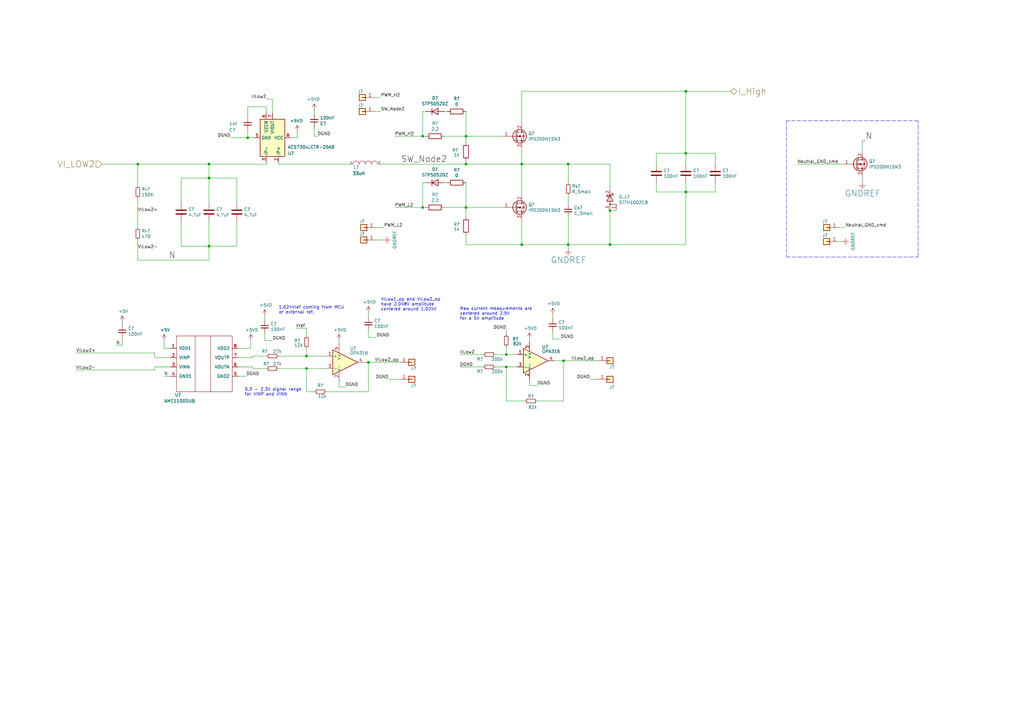
<source format=kicad_sch>
(kicad_sch (version 20211123) (generator eeschema)
  (paper "A3")
  (lib_symbols
    (symbol "Amplifier_Operational:TLV6001DCK" (pin_names (offset 0.127))
      (property "Reference" "U" (at 7.62 2.54 0))
      (property "Value" "Amplifier_Operational_TLV6001DCK" (at 11.43 -2.54 0))
      (symbol "TLV6001DCK_0_1"
        (polyline (pts (xy -2.54 5.08) (xy -2.54 -5.08) (xy 7.62 0) (xy -2.54 5.08)) (stroke (width 0.254)) (fill (type background)))
      )
      (symbol "TLV6001DCK_1_1"
        (pin input line (at -5.08 2.54 0) (length 2.54) (name "+") (number "1"))
        (pin power_in line (at 0 -7.62 90) (length 3.81) (name "V-") (number "2"))
        (pin input line (at -5.08 -2.54 0) (length 2.54) (name "-") (number "3"))
        (pin output line (at 10.16 0 180) (length 2.54) (name "~") (number "4"))
        (pin power_in line (at 0 7.62 270) (length 3.81) (name "V+") (number "5"))
      )
    )
    (symbol "Connector_Generic:Conn_01x01" (pin_names (offset 1.016) hide)
      (property "Reference" "J" (at 0 2.54 0))
      (property "Value" "Connector_Generic_Conn_01x01" (at 0 -2.54 0))
      (symbol "Conn_01x01_1_1"
        (rectangle (start -1.27 0.127) (end 0 -0.127) (stroke (width 0.1524)))
        (rectangle (start -1.27 1.27) (end 1.27 -1.27) (stroke (width 0.254)) (fill (type background)))
        (pin passive line (at -5.08 0 0) (length 3.81) (name "Pin_1") (number "1"))
      )
    )
    (symbol "Device:C" (pin_numbers hide) (pin_names (offset 0.254))
      (property "Reference" "C" (at 0.635 2.54 0))
      (property "Value" "Device_C" (at 0.635 -2.54 0))
      (symbol "C_0_1"
        (polyline (pts (xy -2.032 -0.762) (xy 2.032 -0.762)) (stroke (width 0.508)))
        (polyline (pts (xy -2.032 0.762) (xy 2.032 0.762)) (stroke (width 0.508)))
      )
      (symbol "C_1_1"
        (pin passive line (at 0 3.81 270) (length 2.794) (name "~") (number "1"))
        (pin passive line (at 0 -3.81 90) (length 2.794) (name "~") (number "2"))
      )
    )
    (symbol "Device:C_Small" (pin_numbers hide) (pin_names (offset 0.254) hide)
      (property "Reference" "C" (at 0.254 1.778 0))
      (property "Value" "Device_C_Small" (at 0.254 -2.032 0))
      (symbol "C_Small_0_1"
        (polyline (pts (xy -1.524 -0.508) (xy 1.524 -0.508)) (stroke (width 0.3302)))
        (polyline (pts (xy -1.524 0.508) (xy 1.524 0.508)) (stroke (width 0.3048)))
      )
      (symbol "C_Small_1_1"
        (pin passive line (at 0 2.54 270) (length 2.032) (name "~") (number "1"))
        (pin passive line (at 0 -2.54 90) (length 2.032) (name "~") (number "2"))
      )
    )
    (symbol "Device:D" (pin_numbers hide) (pin_names (offset 1.016) hide)
      (property "Reference" "D" (at 0 2.54 0))
      (property "Value" "Device_D" (at 0 -2.54 0))
      (symbol "D_0_1"
        (polyline (pts (xy -1.27 1.27) (xy -1.27 -1.27)) (stroke (width 0.254)))
        (polyline (pts (xy 1.27 0) (xy -1.27 0)))
        (polyline (pts (xy 1.27 1.27) (xy 1.27 -1.27) (xy -1.27 0) (xy 1.27 1.27)) (stroke (width 0.254)))
      )
      (symbol "D_1_1"
        (pin passive line (at -3.81 0 0) (length 2.54) (name "K") (number "1"))
        (pin passive line (at 3.81 0 180) (length 2.54) (name "A") (number "2"))
      )
    )
    (symbol "Device:D_Schottky_AKA" (pin_names (offset 0) hide)
      (property "Reference" "D" (at 0 2.54 0))
      (property "Value" "Device_D_Schottky_AKA" (at 0 -2.54 0))
      (symbol "D_Schottky_AKA_0_1"
        (polyline (pts (xy 1.27 1.27) (xy 1.27 -1.27) (xy -1.27 0) (xy 1.27 1.27)) (stroke (width 0.254)))
        (polyline (pts (xy 3.81 2.54) (xy 2.54 2.54) (xy 2.54 0) (xy -1.27 0)))
        (polyline (pts (xy -1.905 0.635) (xy -1.905 1.27) (xy -1.27 1.27) (xy -1.27 -1.27) (xy -0.635 -1.27) (xy -0.635 -0.635)) (stroke (width 0.254)))
        (circle (center 2.54 0) (radius 0.254) (fill (type outline)))
      )
      (symbol "D_Schottky_AKA_1_1"
        (pin input line (at 5.08 2.54 180) (length 2.54) (name "A") (number "1"))
        (pin passive line (at -3.81 0 0) (length 2.54) (name "K") (number "2"))
        (pin passive line (at 5.08 0 180) (length 2.54) (name "A") (number "3"))
      )
    )
    (symbol "Device:R" (pin_numbers hide) (pin_names (offset 0))
      (property "Reference" "R" (at 2.032 0 90))
      (property "Value" "Device_R" (at 0 0 90))
      (symbol "R_0_1"
        (rectangle (start -1.016 -2.54) (end 1.016 2.54) (stroke (width 0.254)))
      )
      (symbol "R_1_1"
        (pin passive line (at 0 3.81 270) (length 1.27) (name "~") (number "1"))
        (pin passive line (at 0 -3.81 90) (length 1.27) (name "~") (number "2"))
      )
    )
    (symbol "Device:R_Small" (pin_numbers hide) (pin_names (offset 0.254) hide)
      (property "Reference" "R" (at 0.762 0.508 0))
      (property "Value" "Device_R_Small" (at 0.762 -1.016 0))
      (symbol "R_Small_0_1"
        (rectangle (start -0.762 1.778) (end 0.762 -1.778) (stroke (width 0.2032)))
      )
      (symbol "R_Small_1_1"
        (pin passive line (at 0 2.54 270) (length 0.762) (name "~") (number "1"))
        (pin passive line (at 0 -2.54 90) (length 0.762) (name "~") (number "2"))
      )
    )
    (symbol "Sensor_Current:ACS730xLCTR-20AB"
      (property "Reference" "U" (at -7.62 6.35 0))
      (property "Value" "Sensor_Current_ACS730xLCTR-20AB" (at 1.27 6.35 0))
      (symbol "ACS730xLCTR-20AB_0_1"
        (rectangle (start -7.62 5.08) (end 7.62 -5.08) (stroke (width 0.254)) (fill (type background)))
      )
      (symbol "ACS730xLCTR-20AB_1_1"
        (pin passive line (at -10.16 2.54 0) (length 2.54) hide (name "IP+") (number "1"))
        (pin passive line (at -10.16 2.54 0) (length 2.54) (name "IP+") (number "2"))
        (pin passive line (at -10.16 -2.54 0) (length 2.54) (name "IP-") (number "3"))
        (pin passive line (at -10.16 -2.54 0) (length 2.54) hide (name "IP-") (number "4"))
        (pin power_in line (at 0 -7.62 90) (length 2.54) (name "GND") (number "5"))
        (pin passive line (at 10.16 -2.54 180) (length 2.54) (name "VZCR") (number "6"))
        (pin output line (at 10.16 0 180) (length 2.54) (name "VIOUT") (number "7"))
        (pin power_in line (at 0 7.62 270) (length 2.54) (name "VCC") (number "8"))
      )
    )
    (symbol "Symbols:AMC1100" (pin_names (offset 1.016))
      (property "Reference" "U" (at 0 -6.35 0))
      (property "Value" "AMC1100" (at 0 -8.89 0))
      (symbol "AMC1100_0_1"
        (rectangle (start -11.43 12.7) (end 11.43 -10.16))
        (polyline (pts (xy -3.81 12.7) (xy -3.81 -10.16)))
        (polyline (pts (xy 2.54 12.7) (xy 2.54 -10.16)))
      )
      (symbol "AMC1100_1_1"
        (pin power_in line (at -13.97 7.62 0) (length 2.54) (name "VDD1") (number "1"))
        (pin input line (at -13.97 3.81 0) (length 2.54) (name "VINP") (number "2"))
        (pin input line (at -13.97 0 0) (length 2.54) (name "VINN") (number "3"))
        (pin power_in line (at -13.97 -3.81 0) (length 2.54) (name "GND1") (number "4"))
        (pin power_in line (at 13.97 -3.81 180) (length 2.54) (name "GND2") (number "5"))
        (pin output line (at 13.97 0 180) (length 2.54) (name "VOUTN") (number "6"))
        (pin output line (at 13.97 3.81 180) (length 2.54) (name "VOUTP") (number "7"))
        (pin power_in line (at 13.97 7.62 180) (length 2.54) (name "VDD2") (number "8"))
      )
    )
    (symbol "Transistor_FET:QM6006D" (pin_names hide)
      (property "Reference" "Q" (at 5.08 1.905 0))
      (property "Value" "Transistor_FET_QM6006D" (at 5.08 0 0))
      (symbol "QM6006D_0_1"
        (polyline (pts (xy 0.254 0) (xy -2.54 0)))
        (polyline (pts (xy 0.254 1.905) (xy 0.254 -1.905)) (stroke (width 0.254)))
        (polyline (pts (xy 0.762 -1.27) (xy 0.762 -2.286)) (stroke (width 0.254)))
        (polyline (pts (xy 0.762 0.508) (xy 0.762 -0.508)) (stroke (width 0.254)))
        (polyline (pts (xy 0.762 2.286) (xy 0.762 1.27)) (stroke (width 0.254)))
        (polyline (pts (xy 2.54 2.54) (xy 2.54 1.778)))
        (polyline (pts (xy 2.54 -2.54) (xy 2.54 0) (xy 0.762 0)))
        (polyline (pts (xy 0.762 -1.778) (xy 3.302 -1.778) (xy 3.302 1.778) (xy 0.762 1.778)))
        (polyline (pts (xy 1.016 0) (xy 2.032 0.381) (xy 2.032 -0.381) (xy 1.016 0)) (fill (type outline)))
        (polyline (pts (xy 2.794 0.508) (xy 2.921 0.381) (xy 3.683 0.381) (xy 3.81 0.254)))
        (polyline (pts (xy 3.302 0.381) (xy 2.921 -0.254) (xy 3.683 -0.254) (xy 3.302 0.381)))
        (circle (center 1.651 0) (radius 2.794) (stroke (width 0.254)))
        (circle (center 2.54 -1.778) (radius 0.254) (fill (type outline)))
        (circle (center 2.54 1.778) (radius 0.254) (fill (type outline)))
      )
      (symbol "QM6006D_1_1"
        (pin input line (at -5.08 0 0) (length 2.54) (name "G") (number "1"))
        (pin passive line (at 2.54 5.08 270) (length 2.54) (name "D") (number "2"))
        (pin passive line (at 2.54 -5.08 90) (length 2.54) (name "S") (number "3"))
      )
    )
    (symbol "power:+5V" (power) (pin_names (offset 0))
      (property "Value" "power_+5V" (at 0 3.556 0))
      (symbol "+5V_0_1"
        (polyline (pts (xy -0.762 1.27) (xy 0 2.54)))
        (polyline (pts (xy 0 0) (xy 0 2.54)))
        (polyline (pts (xy 0 2.54) (xy 0.762 1.27)))
      )
      (symbol "+5V_1_1"
        (pin power_in line (at 0 0 90) (length 0) hide (name "+5V") (number "1"))
      )
    )
    (symbol "power:+5VD" (power) (pin_names (offset 0))
      (property "Value" "power_+5VD" (at 0 3.556 0))
      (symbol "+5VD_0_1"
        (polyline (pts (xy -0.762 1.27) (xy 0 2.54)))
        (polyline (pts (xy 0 0) (xy 0 2.54)))
        (polyline (pts (xy 0 2.54) (xy 0.762 1.27)))
      )
      (symbol "+5VD_1_1"
        (pin power_in line (at 0 0 90) (length 0) hide (name "+5VD") (number "1"))
      )
    )
    (symbol "power:GNDREF" (power) (pin_names (offset 0))
      (property "Value" "power_GNDREF" (at 0 -3.81 0))
      (symbol "GNDREF_0_1"
        (polyline (pts (xy -0.635 -1.905) (xy 0.635 -1.905)))
        (polyline (pts (xy -0.127 -2.54) (xy 0.127 -2.54)))
        (polyline (pts (xy 0 -1.27) (xy 0 0)))
        (polyline (pts (xy 1.27 -1.27) (xy -1.27 -1.27)))
      )
      (symbol "GNDREF_1_1"
        (pin power_in line (at 0 0 270) (length 0) hide (name "GNDREF") (number "1"))
      )
    )
    (symbol "pspice:INDUCTOR" (pin_numbers hide) (pin_names (offset 0))
      (property "Reference" "L" (at 0 2.54 0))
      (property "Value" "pspice_INDUCTOR" (at 0 -1.27 0))
      (symbol "INDUCTOR_0_1"
        (arc (start -2.54 0) (mid -3.81 1.27) (end -5.08 0))
        (arc (start 0 0) (mid -1.27 1.27) (end -2.54 0))
        (arc (start 2.54 0) (mid 1.27 1.27) (end 0 0))
        (arc (start 5.08 0) (mid 3.81 1.27) (end 2.54 0))
      )
      (symbol "INDUCTOR_1_1"
        (pin input line (at -6.35 0 0) (length 1.27) (name "1") (number "1"))
        (pin input line (at 6.35 0 180) (length 1.27) (name "2") (number "2"))
      )
    )
  )
  (junction (at 231.14 147.955))
  (junction (at 281.305 62.865))
  (junction (at 125.73 146.05))
  (junction (at 233.045 100.33))
  (junction (at 281.305 78.74))
  (junction (at 207.645 150.495))
  (junction (at 85.725 73.025))
  (junction (at 85.725 100.965))
  (junction (at 213.995 67.31))
  (junction (at 233.045 67.31))
  (junction (at 250.19 100.33))
  (junction (at 125.73 151.13))
  (junction (at 207.645 145.415))
  (junction (at 191.135 67.31))
  (junction (at 281.305 37.465))
  (junction (at 173.355 85.09))
  (junction (at 250.19 86.36))
  (junction (at 56.515 67.31))
  (junction (at 101.6 56.515))
  (junction (at 191.135 55.88))
  (junction (at 151.13 148.59))
  (junction (at 213.995 100.33))
  (junction (at 173.355 55.88))
  (junction (at 191.135 85.09))
  (junction (at 85.725 67.31))
  (wire (pts (xy 173.355 55.88) (xy 161.925 55.88)))
  (wire (pts (xy 353.695 72.39) (xy 353.695 74.93)))
  (wire (pts (xy 74.295 100.965) (xy 85.725 100.965)))
  (wire (pts (xy 213.995 37.465) (xy 213.995 50.8)))
  (wire (pts (xy 41.91 67.31) (xy 56.515 67.31)))
  (wire (pts (xy 217.17 155.575) (xy 217.17 158.115)))
  (wire (pts (xy 233.045 100.33) (xy 250.19 100.33)))
  (wire (pts (xy 151.13 135.255) (xy 151.13 138.43)))
  (wire (pts (xy 191.135 55.88) (xy 182.245 55.88)))
  (wire (pts (xy 191.135 55.88) (xy 191.135 45.72)))
  (wire (pts (xy 56.515 98.425) (xy 56.515 106.68)))
  (wire (pts (xy 103.505 146.685) (xy 97.79 146.685)))
  (wire (pts (xy 108.585 139.7) (xy 111.76 139.7)))
  (wire (pts (xy 151.13 128.27) (xy 151.13 130.175)))
  (wire (pts (xy 157.48 93.345) (xy 154.305 93.345)))
  (wire (pts (xy 213.995 67.31) (xy 233.045 67.31)))
  (wire (pts (xy 101.6 56.515) (xy 104.14 56.515)))
  (wire (pts (xy 217.17 139.065) (xy 217.17 140.335)))
  (wire (pts (xy 252.73 86.36) (xy 250.19 86.36)))
  (wire (pts (xy 353.695 57.785) (xy 353.695 62.23)))
  (wire (pts (xy 103.505 151.13) (xy 109.22 151.13)))
  (wire (pts (xy 47.625 141.605) (xy 50.165 141.605)))
  (wire (pts (xy 56.515 76.2) (xy 56.515 67.31)))
  (wire (pts (xy 85.725 100.965) (xy 85.725 106.68)))
  (wire (pts (xy 125.73 142.875) (xy 125.73 146.05)))
  (wire (pts (xy 97.155 90.805) (xy 97.155 100.965)))
  (wire (pts (xy 163.83 155.575) (xy 159.385 155.575)))
  (wire (pts (xy 85.725 67.31) (xy 109.22 67.31)))
  (wire (pts (xy 97.155 83.185) (xy 97.155 73.025)))
  (wire (pts (xy 227.33 147.955) (xy 231.14 147.955)))
  (wire (pts (xy 220.345 164.465) (xy 231.14 164.465)))
  (wire (pts (xy 281.305 37.465) (xy 299.72 37.465)))
  (wire (pts (xy 174.625 85.09) (xy 173.355 85.09)))
  (wire (pts (xy 101.6 53.34) (xy 101.6 56.515)))
  (wire (pts (xy 153.67 45.72) (xy 156.21 45.72)))
  (polyline (pts (xy 376.555 49.53) (xy 322.58 49.53)))
  (wire (pts (xy 327.025 67.31) (xy 346.075 67.31)))
  (wire (pts (xy 69.85 146.685) (xy 63.5 146.685)))
  (wire (pts (xy 231.14 164.465) (xy 231.14 147.955)))
  (wire (pts (xy 174.625 45.72) (xy 173.355 45.72)))
  (wire (pts (xy 191.135 96.52) (xy 191.135 100.33)))
  (wire (pts (xy 207.645 150.495) (xy 212.09 150.495)))
  (wire (pts (xy 67.31 154.305) (xy 69.85 154.305)))
  (polyline (pts (xy 322.58 105.41) (xy 376.555 105.41)))
  (wire (pts (xy 151.13 138.43) (xy 154.305 138.43)))
  (wire (pts (xy 139.065 156.21) (xy 139.065 158.75)))
  (wire (pts (xy 173.355 74.93) (xy 173.355 85.09)))
  (wire (pts (xy 151.13 148.59) (xy 163.83 148.59)))
  (polyline (pts (xy 376.555 105.41) (xy 376.555 49.53)))
  (wire (pts (xy 109.22 146.05) (xy 103.505 146.05)))
  (wire (pts (xy 56.515 106.68) (xy 85.725 106.68)))
  (wire (pts (xy 203.2 150.495) (xy 207.645 150.495)))
  (wire (pts (xy 109.22 43.815) (xy 109.22 46.355)))
  (wire (pts (xy 156.21 40.005) (xy 153.67 40.005)))
  (wire (pts (xy 94.615 56.515) (xy 101.6 56.515)))
  (wire (pts (xy 139.065 139.7) (xy 139.065 140.97)))
  (wire (pts (xy 74.295 73.025) (xy 85.725 73.025)))
  (wire (pts (xy 191.135 66.04) (xy 191.135 67.31)))
  (wire (pts (xy 121.92 56.515) (xy 119.38 56.515)))
  (wire (pts (xy 74.295 90.805) (xy 74.295 100.965)))
  (wire (pts (xy 56.515 67.31) (xy 85.725 67.31)))
  (wire (pts (xy 108.585 136.525) (xy 108.585 139.7)))
  (wire (pts (xy 125.73 151.13) (xy 125.73 160.655)))
  (wire (pts (xy 213.995 37.465) (xy 281.305 37.465)))
  (wire (pts (xy 151.13 160.655) (xy 151.13 148.59)))
  (wire (pts (xy 151.13 148.59) (xy 149.225 148.59)))
  (wire (pts (xy 269.24 74.93) (xy 269.24 78.74)))
  (wire (pts (xy 250.19 100.33) (xy 281.305 100.33)))
  (wire (pts (xy 191.135 85.09) (xy 182.245 85.09)))
  (wire (pts (xy 293.37 78.74) (xy 293.37 74.93)))
  (wire (pts (xy 56.515 81.28) (xy 56.515 93.345)))
  (wire (pts (xy 114.3 151.13) (xy 125.73 151.13)))
  (wire (pts (xy 114.3 146.05) (xy 125.73 146.05)))
  (wire (pts (xy 281.305 74.93) (xy 281.305 78.74)))
  (wire (pts (xy 346.71 93.345) (xy 344.17 93.345)))
  (wire (pts (xy 203.2 145.415) (xy 207.645 145.415)))
  (wire (pts (xy 85.725 100.965) (xy 97.155 100.965)))
  (wire (pts (xy 207.645 164.465) (xy 215.265 164.465)))
  (wire (pts (xy 173.355 85.09) (xy 161.925 85.09)))
  (wire (pts (xy 226.695 135.89) (xy 226.695 139.065)))
  (wire (pts (xy 293.37 67.31) (xy 293.37 62.865)))
  (wire (pts (xy 233.045 67.31) (xy 250.19 67.31)))
  (wire (pts (xy 157.48 98.425) (xy 154.305 98.425)))
  (wire (pts (xy 63.5 146.685) (xy 63.5 144.78)))
  (wire (pts (xy 109.22 40.64) (xy 111.76 40.64)))
  (wire (pts (xy 108.585 131.445) (xy 108.585 129.54)))
  (wire (pts (xy 207.645 142.24) (xy 207.645 145.415)))
  (wire (pts (xy 191.135 85.09) (xy 206.375 85.09)))
  (wire (pts (xy 114.3 66.675) (xy 114.3 67.31)))
  (wire (pts (xy 31.115 144.78) (xy 63.5 144.78)))
  (wire (pts (xy 191.135 88.9) (xy 191.135 85.09)))
  (wire (pts (xy 74.295 83.185) (xy 74.295 73.025)))
  (wire (pts (xy 125.73 151.13) (xy 133.985 151.13)))
  (wire (pts (xy 233.045 67.31) (xy 233.045 74.93)))
  (wire (pts (xy 139.065 158.75) (xy 141.605 158.75)))
  (wire (pts (xy 233.045 80.01) (xy 233.045 83.82)))
  (wire (pts (xy 109.22 66.675) (xy 109.22 67.31)))
  (wire (pts (xy 63.5 150.495) (xy 63.5 151.765)))
  (wire (pts (xy 207.645 150.495) (xy 207.645 164.465)))
  (polyline (pts (xy 322.58 49.53) (xy 322.58 105.41)))
  (wire (pts (xy 213.995 60.96) (xy 213.995 67.31)))
  (wire (pts (xy 125.73 134.62) (xy 121.285 134.62)))
  (wire (pts (xy 125.73 160.655) (xy 128.905 160.655)))
  (wire (pts (xy 50.165 138.43) (xy 50.165 141.605)))
  (wire (pts (xy 130.175 55.88) (xy 128.905 55.88)))
  (wire (pts (xy 191.135 67.31) (xy 213.995 67.31)))
  (wire (pts (xy 207.645 135.255) (xy 207.645 137.16)))
  (wire (pts (xy 281.305 37.465) (xy 281.305 62.865)))
  (wire (pts (xy 85.725 73.025) (xy 85.725 83.185)))
  (wire (pts (xy 67.31 139.7) (xy 67.31 142.875)))
  (wire (pts (xy 125.73 146.05) (xy 133.985 146.05)))
  (wire (pts (xy 101.6 43.815) (xy 109.22 43.815)))
  (wire (pts (xy 233.045 100.33) (xy 233.045 102.235)))
  (wire (pts (xy 245.11 155.575) (xy 241.935 155.575)))
  (wire (pts (xy 353.695 57.785) (xy 354.965 57.785)))
  (wire (pts (xy 191.135 55.88) (xy 191.135 58.42)))
  (wire (pts (xy 69.85 150.495) (xy 63.5 150.495)))
  (wire (pts (xy 156.21 67.31) (xy 191.135 67.31)))
  (wire (pts (xy 269.24 62.865) (xy 269.24 67.31)))
  (wire (pts (xy 281.305 78.74) (xy 293.37 78.74)))
  (wire (pts (xy 250.19 67.31) (xy 250.19 77.47)))
  (wire (pts (xy 69.85 142.875) (xy 67.31 142.875)))
  (wire (pts (xy 102.87 142.875) (xy 102.87 139.7)))
  (wire (pts (xy 191.135 100.33) (xy 213.995 100.33)))
  (wire (pts (xy 191.135 85.09) (xy 191.135 74.93)))
  (wire (pts (xy 133.985 160.655) (xy 151.13 160.655)))
  (wire (pts (xy 128.905 52.07) (xy 128.905 55.88)))
  (wire (pts (xy 97.155 73.025) (xy 85.725 73.025)))
  (wire (pts (xy 103.505 150.495) (xy 103.505 151.13)))
  (wire (pts (xy 198.12 145.415) (xy 188.595 145.415)))
  (wire (pts (xy 101.6 48.26) (xy 101.6 43.815)))
  (wire (pts (xy 128.905 45.085) (xy 128.905 46.99)))
  (wire (pts (xy 85.725 73.025) (xy 85.725 67.31)))
  (wire (pts (xy 217.17 158.115) (xy 220.345 158.115)))
  (wire (pts (xy 269.24 62.865) (xy 281.305 62.865)))
  (wire (pts (xy 206.375 55.88) (xy 191.135 55.88)))
  (wire (pts (xy 213.995 67.31) (xy 213.995 80.01)))
  (wire (pts (xy 174.625 74.93) (xy 173.355 74.93)))
  (wire (pts (xy 183.515 74.93) (xy 182.245 74.93)))
  (wire (pts (xy 250.19 86.36) (xy 250.19 100.33)))
  (wire (pts (xy 281.305 67.31) (xy 281.305 62.865)))
  (wire (pts (xy 344.17 99.06) (xy 345.44 99.06)))
  (wire (pts (xy 121.92 53.975) (xy 121.92 56.515)))
  (wire (pts (xy 114.3 67.31) (xy 143.51 67.31)))
  (wire (pts (xy 125.73 137.795) (xy 125.73 134.62)))
  (wire (pts (xy 103.505 146.05) (xy 103.505 146.685)))
  (wire (pts (xy 174.625 55.88) (xy 173.355 55.88)))
  (wire (pts (xy 173.355 45.72) (xy 173.355 55.88)))
  (wire (pts (xy 183.515 45.72) (xy 182.245 45.72)))
  (wire (pts (xy 31.115 151.765) (xy 63.5 151.765)))
  (wire (pts (xy 233.045 88.9) (xy 233.045 100.33)))
  (wire (pts (xy 111.76 40.64) (xy 111.76 46.355)))
  (wire (pts (xy 281.305 78.74) (xy 269.24 78.74)))
  (wire (pts (xy 213.995 100.33) (xy 233.045 100.33)))
  (wire (pts (xy 85.725 90.805) (xy 85.725 100.965)))
  (wire (pts (xy 50.165 132.08) (xy 50.165 133.35)))
  (wire (pts (xy 226.695 128.905) (xy 226.695 130.81)))
  (wire (pts (xy 281.305 78.74) (xy 281.305 100.33)))
  (wire (pts (xy 226.695 139.065) (xy 229.87 139.065)))
  (wire (pts (xy 231.14 147.955) (xy 245.11 147.955)))
  (wire (pts (xy 212.09 145.415) (xy 207.645 145.415)))
  (wire (pts (xy 97.79 150.495) (xy 103.505 150.495)))
  (wire (pts (xy 188.595 150.495) (xy 198.12 150.495)))
  (wire (pts (xy 213.995 90.17) (xy 213.995 100.33)))
  (wire (pts (xy 102.87 142.875) (xy 97.79 142.875)))
  (wire (pts (xy 281.305 62.865) (xy 293.37 62.865)))
  (wire (pts (xy 97.79 154.305) (xy 100.965 154.305)))
  (text "0.3 - 2,3V signal range \nfor VINP and VINN" (at 100.33 162.56 0) (effects (font (size 1.2446 1.2446)) (justify left bottom)))
  (text "Raw current measurements are \ncentered around 2,5V \nfor a 5V amplitude\n" (at 188.595 131.445 0) (effects (font (size 1.2446 1.2446)) (justify left bottom)))
  (text "VILow1_op and VILow2_op \nhave 2,048V amplitude \ncentered around 1,024V\n" (at 156.21 127.635 0) (effects (font (size 1.2446 1.2446)) (justify left bottom)))
  (text "1.024Vref coming from MCU \nor external ref. " (at 114.3 128.905 0) (effects (font (size 1.2446 1.2446)) (justify left bottom)))
  (label "SW_Node2" (at 164.465 67.31 0) (effects (font (size 2.4892 2.4892))))
  (label "PWM_H2" (at 156.21 40.005 0))
  (label "IILow2_op" (at 234.315 147.955 0))
  (label "PWM_H2" (at 161.925 55.88 0))
  (label "DGND" (at 154.305 138.43 0))
  (label "DGND" (at 130.175 55.88 0))
  (label "DGND" (at 188.595 150.495 0))
  (label "DGND" (at 159.385 155.575 180))
  (label "VILow2+" (at 31.115 144.78 0))
  (label "SW_Node2" (at 156.21 45.72 0))
  (label "N" (at 47.625 141.605 0))
  (label "N" (at 67.31 154.305 0))
  (label "VILow2+" (at 56.515 86.995 0))
  (label "PWM_L2" (at 157.48 93.345 0))
  (label "DGND" (at 141.605 158.75 0))
  (label "Neutral_GND_cmd" (at 327.025 67.31 0))
  (label "DGND" (at 207.645 135.255 180))
  (label "N" (at 354.965 57.785 0) (effects (font (size 2.4892 2.4892))))
  (label "VILow2-" (at 31.115 151.765 0))
  (label "N" (at 69.215 106.68 0) (effects (font (size 2.4892 2.4892))))
  (label "PWM_L2" (at 161.925 85.09 0))
  (label "DGND" (at 94.615 56.515 180))
  (label "Neutral_GND_cmd" (at 346.71 93.345 0))
  (label "VILow2-" (at 56.515 102.235 0))
  (label "DGND" (at 241.935 155.575 180))
  (label "IILow2" (at 188.595 145.415 0))
  (label "DGND" (at 220.345 158.115 0))
  (label "IILow2" (at 109.22 40.64 180))
  (label "DGND" (at 100.965 154.305 0))
  (label "DGND" (at 229.87 139.065 0))
  (label "Vref" (at 121.285 134.62 0))
  (label "DGND" (at 111.76 139.7 0))
  (label "VILow2_op" (at 153.67 148.59 0))
  (hierarchical_label "I_High" (shape bidirectional) (at 299.72 37.465 0) (effects (font (size 2.54 2.54))))
  (hierarchical_label "VI_LOW2" (shape input) (at 41.91 67.31 180) (effects (font (size 2.54 2.54))))
  (symbol (lib_id "Device:R_Small") (at 56.515 78.74 0) (unit 1)
    (property "Reference" "Rv?" (at 58.0136 77.5716 0) (effects (justify left)))
    (property "Value" "150K" (at 58.0136 79.883 0) (effects (justify left)))
    (property "Footprint" "Resistor_SMD:R_0805_2012Metric" (effects hide))
    (property "manf#" "PCF-W0805LF-03-1503-B-P-LT" (effects hide))
  )
  (symbol (lib_id "Device:R_Small") (at 207.645 139.7 180) (unit 1)
    (property "Reference" "R?" (at 212.725 139.065 0) (effects (justify left)))
    (property "Value" "82k" (at 213.995 140.97 0) (effects (justify left)))
    (property "Footprint" "Resistor_SMD:R_0805_2012Metric" (effects hide))
    (property "manf#" "CR0805-FX-8202ELF" (effects hide))
  )
  (symbol (lib_id "power:+5V") (at 50.165 132.08 0) (unit 1)
    (property "Reference" "#PWR?" (effects hide))
    (property "Value" "+5V" (at 50.546 127.6858 0))
  )
  (symbol (lib_id "power:+5VD") (at 139.065 139.7 0) (unit 1)
    (property "Reference" "#PWR?" (effects hide))
    (property "Value" "+5VD" (at 139.446 135.3058 0))
  )
  (symbol (lib_id "power:+5VD") (at 102.87 139.7 0) (unit 1)
    (property "Reference" "#PWR?" (effects hide))
    (property "Value" "+5VD" (at 103.251 135.3058 0))
  )
  (symbol (lib_id "Device:C_Small") (at 50.165 135.89 0) (unit 1)
    (property "Reference" "C?" (at 52.5018 134.7216 0) (effects (justify left)))
    (property "Value" "100nF" (at 52.5018 137.033 0) (effects (justify left)))
    (property "Footprint" "Capacitor_SMD:C_0805_2012Metric" (effects hide))
    (property "manf#" "CC0805KRX7R9BB104" (effects hide))
  )
  (symbol (lib_id "power:+5VD") (at 121.92 53.975 0) (mirror y) (unit 1)
    (property "Reference" "#PWR?" (effects hide))
    (property "Value" "+5VD" (at 121.539 49.5808 0))
  )
  (symbol (lib_id "Device:C") (at 74.295 86.995 0) (unit 1)
    (property "Reference" "C?" (at 77.216 85.8266 0) (effects (justify left)))
    (property "Value" "4.7uF" (at 77.216 88.138 0) (effects (justify left)))
    (property "Footprint" "Capacitor_SMD:C_1210_3225Metric" (effects hide))
    (property "manf#" "12101C475K4Z2A" (effects hide))
  )
  (symbol (lib_id "Sensor_Current:ACS730xLCTR-20AB") (at 111.76 56.515 270) (mirror x) (unit 1)
    (property "Reference" "U?" (at 119.38 62.865 90))
    (property "Value" "ACS730xLCTR-20AB" (at 127.635 60.325 90))
    (property "Footprint" "Package_SO:SOIC-8_3.9x4.9mm_P1.27mm" (effects hide))
    (property "Datasheet" "http://www.allegromicro.com/~/media/Files/Datasheets/ACS730-Datasheet.ashx?la=en" (effects hide))
    (property "manf#" "ACS730KLCTR-20AB-T" (effects hide))
  )
  (symbol (lib_id "Device:D") (at 178.435 45.72 0) (unit 1)
    (property "Reference" "D?" (at 178.435 40.2336 0))
    (property "Value" "STPS0520Z" (at 178.435 42.545 0))
    (property "Footprint" "Diode_SMD:D_SOD-123" (effects hide))
    (property "Datasheet" "https://www.st.com/resource/en/datasheet/stps0520z.pdf" (effects hide))
    (property "manf#" "STPS0520Z" (effects hide))
  )
  (symbol (lib_id "Device:R") (at 178.435 85.09 90) (unit 1)
    (property "Reference" "R?" (at 178.435 79.8322 90))
    (property "Value" "2,2" (at 178.435 82.1436 90))
    (property "Footprint" "Resistor_SMD:R_0805_2012Metric" (effects hide))
    (property "manf#" "CR0805AF/-2R20EAS" (effects hide))
  )
  (symbol (lib_id "Device:R_Small") (at 233.045 77.47 0) (unit 1)
    (property "Reference" "Rs?" (at 234.5436 76.3016 0) (effects (justify left)))
    (property "Value" "R_Small" (at 234.5436 78.613 0) (effects (justify left)))
    (property "Footprint" "Resistor_SMD:R_0805_2012Metric" (effects hide))
    (property "DNP" "x" (effects hide))
  )
  (symbol (lib_id "Device:R_Small") (at 217.805 164.465 90) (unit 1)
    (property "Reference" "R?" (at 219.075 162.56 90) (effects (justify left)))
    (property "Value" "82k" (at 220.345 167.005 90) (effects (justify left)))
    (property "Footprint" "Resistor_SMD:R_0805_2012Metric" (effects hide))
    (property "manf#" "CR0805-FX-8202ELF" (effects hide))
  )
  (symbol (lib_id "Device:D") (at 178.435 74.93 0) (unit 1)
    (property "Reference" "D?" (at 178.435 69.4436 0))
    (property "Value" "STPS0520Z" (at 178.435 71.755 0))
    (property "Footprint" "Diode_SMD:D_SOD-123" (effects hide))
    (property "Datasheet" "https://www.st.com/resource/en/datasheet/stps0520z.pdf" (effects hide))
    (property "manf#" "STPS0520Z" (effects hide))
  )
  (symbol (lib_id "power:+5VD") (at 128.905 45.085 0) (mirror y) (unit 1)
    (property "Reference" "#PWR?" (effects hide))
    (property "Value" "+5VD" (at 128.524 40.6908 0))
  )
  (symbol (lib_id "power:GNDREF") (at 353.695 74.93 0) (unit 1)
    (property "Reference" "#PWR?" (effects hide))
    (property "Value" "GNDREF" (at 353.822 79.3242 0) (effects (font (size 2.4892 2.4892))))
  )
  (symbol (lib_id "Device:R") (at 187.325 45.72 90) (unit 1)
    (property "Reference" "R?" (at 187.325 40.4622 90))
    (property "Value" "0" (at 187.325 42.7736 90))
    (property "Footprint" "Resistor_SMD:R_0805_2012Metric" (effects hide))
    (property "manf#" "RC0805FR-070RL" (effects hide))
  )
  (symbol (lib_id "Device:C_Small") (at 108.585 133.985 0) (unit 1)
    (property "Reference" "C?" (at 110.9218 132.8166 0) (effects (justify left)))
    (property "Value" "100nF" (at 110.9218 135.128 0) (effects (justify left)))
    (property "Footprint" "Capacitor_SMD:C_0805_2012Metric" (effects hide))
    (property "manf#" "CC0805KRX7R9BB104" (effects hide))
  )
  (symbol (lib_id "power:GNDREF") (at 157.48 98.425 90) (unit 1)
    (property "Reference" "#PWR?" (effects hide))
    (property "Value" "GNDREF" (at 161.8742 98.298 0))
  )
  (symbol (lib_id "Connector_Generic:Conn_01x01") (at 339.09 93.345 180) (unit 1)
    (property "Reference" "J?" (at 337.185 90.805 0) (effects (justify right)))
    (property "Value" "Conn_01x01" (effects hide))
    (property "Footprint" "Footprints:0906_millmax" (effects hide))
    (property "Datasheet" "https://www.mill-max.com/products/pin/0906/0906-0-15-20-76-14-11-0?s_term=0906-0-15-20-76-14-11-0&s_type=Quick%2FProduct%2FPart+Number+Search" (effects hide))
    (property "manf#" "0906-0-15-20-76-14-11-0" (effects hide))
  )
  (symbol (lib_id "power:GNDREF") (at 345.44 99.06 90) (unit 1)
    (property "Reference" "#PWR?" (effects hide))
    (property "Value" "GNDREF" (at 349.8342 98.933 0))
  )
  (symbol (lib_id "Connector_Generic:Conn_01x01") (at 149.225 93.345 180) (unit 1)
    (property "Reference" "J?" (at 147.32 90.805 0) (effects (justify right)))
    (property "Value" "Conn_01x01" (effects hide))
    (property "Footprint" "Footprints:0906_millmax" (effects hide))
    (property "Datasheet" "https://www.mill-max.com/products/pin/0906/0906-0-15-20-76-14-11-0?s_term=0906-0-15-20-76-14-11-0&s_type=Quick%2FProduct%2FPart+Number+Search" (effects hide))
    (property "manf#" "0906-0-15-20-76-14-11-0" (effects hide))
  )
  (symbol (lib_id "Device:R_Small") (at 111.76 151.13 90) (unit 1)
    (property "Reference" "R?" (at 110.49 149.225 90) (effects (justify left)))
    (property "Value" "27k" (at 115.57 149.225 90) (effects (justify left)))
    (property "Footprint" "Resistor_SMD:R_0805_2012Metric" (effects hide))
    (property "manf#" "RC0805FR-0727KL" (effects hide))
  )
  (symbol (lib_id "Transistor_FET:QM6006D") (at 211.455 55.88 0) (unit 1)
    (property "Reference" "Q?" (at 216.662 54.7116 0) (effects (justify left)))
    (property "Value" "IPD200N15N3" (at 216.662 57.023 0) (effects (justify left)))
    (property "Footprint" "Package_TO_SOT_SMD:TO-252-2" (effects hide))
    (property "Datasheet" "https://www.infineon.com/dgdl/Infineon-IPD200N15N3%20G-DS-v02_07-EN.pdf?fileId=5546d4624fb7fef2014ff59238932dbf" (effects hide))
    (property "manf#" "IPD200N15N3GATMA1" (effects hide))
  )
  (symbol (lib_id "Device:C") (at 97.155 86.995 0) (unit 1)
    (property "Reference" "C?" (at 100.076 85.8266 0) (effects (justify left)))
    (property "Value" "4.7uF" (at 100.076 88.138 0) (effects (justify left)))
    (property "Footprint" "Capacitor_SMD:C_1210_3225Metric" (effects hide))
    (property "manf#" "12101C475K4Z2A" (effects hide))
  )
  (symbol (lib_id "power:+5VD") (at 226.695 128.905 0) (unit 1)
    (property "Reference" "#PWR?" (effects hide))
    (property "Value" "+5VD" (at 227.076 124.5108 0))
  )
  (symbol (lib_id "Device:R") (at 191.135 92.71 180) (unit 1)
    (property "Reference" "R?" (at 186.055 92.075 0) (effects (justify right)))
    (property "Value" "1k" (at 186.055 93.98 0) (effects (justify right)))
    (property "Footprint" "Resistor_SMD:R_0805_2012Metric" (effects hide))
    (property "manf#" "RC0805FR-071KL" (effects hide))
  )
  (symbol (lib_id "Device:D_Schottky_AKA") (at 250.19 81.28 270) (unit 1)
    (property "Reference" "D_L?" (at 253.7714 80.7466 90) (effects (justify left)))
    (property "Value" "STTH1002CB" (at 253.7714 83.058 90) (effects (justify left)))
    (property "Footprint" "Diode_SMD:D_SOD-123" (effects hide))
    (property "Datasheet" "https://www.st.com/resource/en/datasheet/stth1002c.pdf" (effects hide))
    (property "manf#" "STTH1002CB" (effects hide))
  )
  (symbol (lib_id "Connector_Generic:Conn_01x01") (at 339.09 99.06 180) (unit 1)
    (property "Reference" "J?" (at 337.185 96.52 0) (effects (justify right)))
    (property "Value" "Conn_01x01" (effects hide))
    (property "Footprint" "Footprints:0906_millmax" (effects hide))
    (property "Datasheet" "https://www.mill-max.com/products/pin/0906/0906-0-15-20-76-14-11-0?s_term=0906-0-15-20-76-14-11-0&s_type=Quick%2FProduct%2FPart+Number+Search" (effects hide))
    (property "manf#" "0906-0-15-20-76-14-11-0" (effects hide))
  )
  (symbol (lib_id "Amplifier_Operational:TLV6001DCK") (at 217.17 147.955 0) (unit 1)
    (property "Reference" "U?" (at 222.25 142.24 0) (effects (justify left)))
    (property "Value" "OPA316" (at 222.25 144.145 0) (effects (justify left)))
    (property "Footprint" "Package_TO_SOT_SMD:SOT-353_SC-70-5" (effects hide))
    (property "Datasheet" "https://www.ti.com/lit/ds/symlink/opa316.pdf?ts=1622530692356&ref_url=https%253A%252F%252Fwww.ti.com%252Fproduct%252FOPA316" (effects hide))
    (property "manf#" "OPA316IDCKT" (effects hide))
  )
  (symbol (lib_id "Device:C") (at 85.725 86.995 0) (unit 1)
    (property "Reference" "C?" (at 88.646 85.8266 0) (effects (justify left)))
    (property "Value" "4.7uF" (at 88.646 88.138 0) (effects (justify left)))
    (property "Footprint" "Capacitor_SMD:C_1210_3225Metric" (effects hide))
    (property "manf#" "12101C475K4Z2A" (effects hide))
  )
  (symbol (lib_id "pspice:INDUCTOR") (at 149.86 67.31 0) (unit 1)
    (property "Reference" "L?" (at 147.32 68.58 0) (effects (justify right)))
    (property "Value" "33uH" (at 149.86 71.12 0) (effects (font bold) (justify right)))
    (property "Footprint" "Footprints:SRP1510CA-330M" (effects hide))
    (property "Datasheet" "https://www.bourns.com/docs/product-datasheets/srp1510ca.pdf?sfvrsn=193349f6_4" (effects hide))
    (property "manf#" "SRP1510CA-330M" (effects hide))
  )
  (symbol (lib_id "Symbols:AMC1100") (at 83.82 150.495 0) (unit 1)
    (property "Reference" "U?" (at 73.025 161.925 0))
    (property "Value" "AMC1100DUB" (at 73.66 164.465 0))
    (property "Footprint" "Footprints:SOP-8_6.62x9.15mm_P2.54mm" (effects hide))
    (property "Datasheet" "https://www.ti.com/lit/ds/symlink/amc1100.pdf?ts=1622519237932&ref_url=https%253A%252F%252Fwww.google.com%252F" (effects hide))
    (property "manf#" "AMC1100DUB" (effects hide))
  )
  (symbol (lib_id "power:+5V") (at 67.31 139.7 0) (unit 1)
    (property "Reference" "#PWR?" (effects hide))
    (property "Value" "+5V" (at 67.691 135.3058 0))
  )
  (symbol (lib_id "Connector_Generic:Conn_01x01") (at 149.225 98.425 180) (unit 1)
    (property "Reference" "J?" (at 147.32 95.885 0) (effects (justify right)))
    (property "Value" "Conn_01x01" (effects hide))
    (property "Footprint" "Footprints:0906_millmax" (effects hide))
    (property "Datasheet" "https://www.mill-max.com/products/pin/0906/0906-0-15-20-76-14-11-0?s_term=0906-0-15-20-76-14-11-0&s_type=Quick%2FProduct%2FPart+Number+Search" (effects hide))
    (property "manf#" "0906-0-15-20-76-14-11-0" (effects hide))
  )
  (symbol (lib_id "power:+5VD") (at 151.13 128.27 0) (unit 1)
    (property "Reference" "#PWR?" (effects hide))
    (property "Value" "+5VD" (at 151.511 123.8758 0))
  )
  (symbol (lib_id "Device:C") (at 281.305 71.12 0) (unit 1)
    (property "Reference" "C?" (at 284.226 69.9516 0) (effects (justify left)))
    (property "Value" "100nF" (at 284.226 72.263 0) (effects (justify left)))
    (property "Footprint" "Capacitor_SMD:C_0805_2012Metric" (effects hide))
    (property "manf#" "1210PC104KAT1A" (effects hide))
  )
  (symbol (lib_id "Device:R_Small") (at 131.445 160.655 90) (unit 1)
    (property "Reference" "R?" (at 132.715 158.115 90) (effects (justify left)))
    (property "Value" "12k" (at 133.985 162.56 90) (effects (justify left)))
    (property "Footprint" "Resistor_SMD:R_0805_2012Metric" (effects hide))
    (property "manf#" "RC0805FR-0712KL" (effects hide))
  )
  (symbol (lib_id "power:+5VD") (at 108.585 129.54 0) (unit 1)
    (property "Reference" "#PWR?" (effects hide))
    (property "Value" "+5VD" (at 108.966 125.1458 0))
  )
  (symbol (lib_id "Connector_Generic:Conn_01x01") (at 148.59 40.005 180) (unit 1)
    (property "Reference" "J?" (at 146.685 37.465 0) (effects (justify right)))
    (property "Value" "Conn_01x01" (effects hide))
    (property "Footprint" "Footprints:0906_millmax" (effects hide))
    (property "Datasheet" "https://www.mill-max.com/products/pin/0906/0906-0-15-20-76-14-11-0?s_term=0906-0-15-20-76-14-11-0&s_type=Quick%2FProduct%2FPart+Number+Search" (effects hide))
    (property "manf#" "0906-0-15-20-76-14-11-0" (effects hide))
  )
  (symbol (lib_id "power:GNDREF") (at 233.045 102.235 0) (unit 1)
    (property "Reference" "#PWR?" (effects hide))
    (property "Value" "GNDREF" (at 233.172 106.6292 0) (effects (font (size 2.4892 2.4892))))
  )
  (symbol (lib_id "Connector_Generic:Conn_01x01") (at 148.59 45.72 180) (unit 1)
    (property "Reference" "J?" (at 146.685 43.18 0) (effects (justify right)))
    (property "Value" "Conn_01x01" (effects hide))
    (property "Footprint" "Footprints:0906_millmax" (effects hide))
    (property "Datasheet" "https://www.mill-max.com/products/pin/0906/0906-0-15-20-76-14-11-0?s_term=0906-0-15-20-76-14-11-0&s_type=Quick%2FProduct%2FPart+Number+Search" (effects hide))
    (property "manf#" "0906-0-15-20-76-14-11-0" (effects hide))
  )
  (symbol (lib_id "Device:R_Small") (at 56.515 95.885 0) (unit 1)
    (property "Reference" "Rv?" (at 58.0136 94.7166 0) (effects (justify left)))
    (property "Value" "470" (at 58.0136 97.028 0) (effects (justify left)))
    (property "Footprint" "Resistor_SMD:R_0805_2012Metric" (effects hide))
    (property "manf#" "TNPW0805470RDEEA" (effects hide))
  )
  (symbol (lib_id "Device:C_Small") (at 226.695 133.35 0) (unit 1)
    (property "Reference" "C?" (at 229.0318 132.1816 0) (effects (justify left)))
    (property "Value" "100nF" (at 229.0318 134.493 0) (effects (justify left)))
    (property "Footprint" "Capacitor_SMD:C_0805_2012Metric" (effects hide))
    (property "manf#" "CC0805KRX7R9BB104" (effects hide))
  )
  (symbol (lib_id "Transistor_FET:QM6006D") (at 211.455 85.09 0) (unit 1)
    (property "Reference" "Q?" (at 216.662 83.9216 0) (effects (justify left)))
    (property "Value" "IPD200N15N3" (at 216.662 86.233 0) (effects (justify left)))
    (property "Footprint" "Package_TO_SOT_SMD:TO-252-2" (effects hide))
    (property "Datasheet" "https://www.infineon.com/dgdl/Infineon-IPD200N15N3%20G-DS-v02_07-EN.pdf?fileId=5546d4624fb7fef2014ff59238932dbf" (effects hide))
    (property "manf#" "IPD200N15N3GATMA1" (effects hide))
  )
  (symbol (lib_id "Device:R_Small") (at 200.66 145.415 90) (unit 1)
    (property "Reference" "R?" (at 198.12 147.32 90) (effects (justify left)))
    (property "Value" "200k" (at 206.375 147.32 90) (effects (justify left)))
    (property "Footprint" "Resistor_SMD:R_0805_2012Metric" (effects hide))
    (property "manf#" "ERJ6RED2003V" (effects hide))
  )
  (symbol (lib_id "Device:R_Small") (at 125.73 140.335 0) (unit 1)
    (property "Reference" "R?" (at 120.65 139.7 0) (effects (justify left)))
    (property "Value" "12k" (at 120.65 141.605 0) (effects (justify left)))
    (property "Footprint" "Resistor_SMD:R_0805_2012Metric" (effects hide))
    (property "manf#" "RC0805FR-0712KL" (effects hide))
  )
  (symbol (lib_id "Transistor_FET:QM6006D") (at 351.155 67.31 0) (unit 1)
    (property "Reference" "Q?" (at 356.362 66.1416 0) (effects (justify left)))
    (property "Value" "IPD200N15N3" (at 356.362 68.453 0) (effects (justify left)))
    (property "Footprint" "Package_TO_SOT_SMD:TO-252-2" (effects hide))
    (property "Datasheet" "https://www.infineon.com/dgdl/Infineon-IPD200N15N3%20G-DS-v02_07-EN.pdf?fileId=5546d4624fb7fef2014ff59238932dbf" (effects hide))
    (property "manf#" "IPD200N15N3GATMA1" (effects hide))
  )
  (symbol (lib_id "Connector_Generic:Conn_01x01") (at 250.19 147.955 0) (unit 1)
    (property "Reference" "J?" (at 252.095 150.495 0) (effects (justify right)))
    (property "Value" "Conn_01x01" (effects hide))
    (property "Footprint" "Footprints:0906_millmax" (effects hide))
    (property "Datasheet" "https://www.mill-max.com/products/pin/0906/0906-0-15-20-76-14-11-0?s_term=0906-0-15-20-76-14-11-0&s_type=Quick%2FProduct%2FPart+Number+Search" (effects hide))
    (property "manf#" "0906-0-15-20-76-14-11-0" (effects hide))
  )
  (symbol (lib_id "Device:C_Small") (at 101.6 50.8 0) (mirror x) (unit 1)
    (property "Reference" "C?" (at 93.98 53.34 0) (effects (justify left)))
    (property "Value" "1nF" (at 93.98 50.8 0) (effects (justify left)))
    (property "Footprint" "Capacitor_SMD:C_0805_2012Metric" (effects hide))
    (property "manf#" "885382207004" (effects hide))
  )
  (symbol (lib_id "Device:R") (at 178.435 55.88 90) (unit 1)
    (property "Reference" "R?" (at 178.435 50.6222 90))
    (property "Value" "2,2" (at 178.435 52.9336 90))
    (property "Footprint" "Resistor_SMD:R_0805_2012Metric" (effects hide))
    (property "manf#" "CR0805AF/-2R20EAS" (effects hide))
  )
  (symbol (lib_id "Device:C") (at 269.24 71.12 0) (unit 1)
    (property "Reference" "C?" (at 272.161 69.9516 0) (effects (justify left)))
    (property "Value" "100nF" (at 272.161 72.263 0) (effects (justify left)))
    (property "Footprint" "Capacitor_SMD:C_0805_2012Metric" (effects hide))
    (property "manf#" "1210PC104KAT1A" (effects hide))
  )
  (symbol (lib_id "Device:C_Small") (at 151.13 132.715 0) (unit 1)
    (property "Reference" "C?" (at 153.4668 131.5466 0) (effects (justify left)))
    (property "Value" "100nF" (at 153.4668 133.858 0) (effects (justify left)))
    (property "Footprint" "Capacitor_SMD:C_0805_2012Metric" (effects hide))
    (property "manf#" "CC0805KRX7R9BB104" (effects hide))
  )
  (symbol (lib_id "Device:R_Small") (at 111.76 146.05 90) (unit 1)
    (property "Reference" "R?" (at 109.855 144.145 90) (effects (justify left)))
    (property "Value" "27k" (at 115.57 144.145 90) (effects (justify left)))
    (property "Footprint" "Resistor_SMD:R_0805_2012Metric" (effects hide))
    (property "manf#" "RC0805FR-0727KL" (effects hide))
  )
  (symbol (lib_id "Device:C_Small") (at 128.905 49.53 0) (mirror x) (unit 1)
    (property "Reference" "C?" (at 131.2418 50.6984 0) (effects (justify left)))
    (property "Value" "100nF" (at 131.2418 48.387 0) (effects (justify left)))
    (property "Footprint" "Capacitor_SMD:C_0805_2012Metric" (effects hide))
    (property "manf#" "CC0805KRX7R9BB104" (effects hide))
  )
  (symbol (lib_id "Connector_Generic:Conn_01x01") (at 168.91 155.575 0) (unit 1)
    (property "Reference" "J?" (at 170.815 158.115 0) (effects (justify right)))
    (property "Value" "Conn_01x01" (effects hide))
    (property "Footprint" "Footprints:0906_millmax" (effects hide))
    (property "Datasheet" "https://www.mill-max.com/products/pin/0906/0906-0-15-20-76-14-11-0?s_term=0906-0-15-20-76-14-11-0&s_type=Quick%2FProduct%2FPart+Number+Search" (effects hide))
    (property "manf#" "0906-0-15-20-76-14-11-0" (effects hide))
  )
  (symbol (lib_id "Device:C_Small") (at 233.045 86.36 0) (unit 1)
    (property "Reference" "Cs?" (at 235.3818 85.1916 0) (effects (justify left)))
    (property "Value" "C_Small" (at 235.3818 87.503 0) (effects (justify left)))
    (property "Footprint" "Capacitor_SMD:C_0805_2012Metric" (effects hide))
    (property "DNP" "x" (effects hide))
  )
  (symbol (lib_id "Device:R") (at 191.135 62.23 180) (unit 1)
    (property "Reference" "R?" (at 185.42 61.595 0) (effects (justify right)))
    (property "Value" "1k" (at 186.055 63.5 0) (effects (justify right)))
    (property "Footprint" "Resistor_SMD:R_0805_2012Metric" (effects hide))
    (property "manf#" "RC0805FR-071KL" (effects hide))
  )
  (symbol (lib_id "Device:C") (at 293.37 71.12 0) (unit 1)
    (property "Reference" "C?" (at 296.291 69.9516 0) (effects (justify left)))
    (property "Value" "100nF" (at 296.291 72.263 0) (effects (justify left)))
    (property "Footprint" "Capacitor_SMD:C_1210_3225Metric" (effects hide))
    (property "manf#" "1210PC104KAT1A" (effects hide))
  )
  (symbol (lib_id "Device:R_Small") (at 200.66 150.495 90) (unit 1)
    (property "Reference" "R?" (at 198.12 152.4 90) (effects (justify left)))
    (property "Value" "200k" (at 206.375 152.4 90) (effects (justify left)))
    (property "Footprint" "Resistor_SMD:R_0805_2012Metric" (effects hide))
    (property "manf#" "ERJ6RED2003V" (effects hide))
  )
  (symbol (lib_id "Device:R") (at 187.325 74.93 90) (unit 1)
    (property "Reference" "R?" (at 187.325 69.6722 90))
    (property "Value" "0" (at 187.325 71.9836 90))
    (property "Footprint" "Resistor_SMD:R_0805_2012Metric" (effects hide))
    (property "manf#" "RC0805FR-070RL" (effects hide))
  )
  (symbol (lib_id "power:+5VD") (at 217.17 139.065 0) (unit 1)
    (property "Reference" "#PWR?" (effects hide))
    (property "Value" "+5VD" (at 217.551 134.6708 0))
  )
  (symbol (lib_id "Connector_Generic:Conn_01x01") (at 250.19 155.575 0) (mirror x) (unit 1)
    (property "Reference" "J?" (at 252.095 158.75 0) (effects (justify right)))
    (property "Value" "Conn_01x01" (effects hide))
    (property "Footprint" "Footprints:0906_millmax" (effects hide))
    (property "Datasheet" "https://www.mill-max.com/products/pin/0906/0906-0-15-20-76-14-11-0?s_term=0906-0-15-20-76-14-11-0&s_type=Quick%2FProduct%2FPart+Number+Search" (effects hide))
    (property "manf#" "0906-0-15-20-76-14-11-0" (effects hide))
  )
  (symbol (lib_id "Amplifier_Operational:TLV6001DCK") (at 139.065 148.59 0) (unit 1)
    (property "Reference" "U?" (at 143.51 142.875 0) (effects (justify left)))
    (property "Value" "OPA316" (at 143.51 144.78 0) (effects (justify left)))
    (property "Footprint" "Package_TO_SOT_SMD:SOT-353_SC-70-5" (effects hide))
    (property "Datasheet" "https://www.ti.com/lit/ds/symlink/opa316.pdf?ts=1622530692356&ref_url=https%253A%252F%252Fwww.ti.com%252Fproduct%252FOPA316" (effects hide))
    (property "manf#" "OPA316IDCKT" (effects hide))
  )
  (symbol (lib_id "Connector_Generic:Conn_01x01") (at 168.91 148.59 0) (unit 1)
    (property "Reference" "J?" (at 170.815 151.13 0) (effects (justify right)))
    (property "Value" "Conn_01x01" (effects hide))
    (property "Footprint" "Footprints:0906_millmax" (effects hide))
    (property "Datasheet" "https://www.mill-max.com/products/pin/0906/0906-0-15-20-76-14-11-0?s_term=0906-0-15-20-76-14-11-0&s_type=Quick%2FProduct%2FPart+Number+Search" (effects hide))
    (property "manf#" "0906-0-15-20-76-14-11-0" (effects hide))
  )
)
</source>
